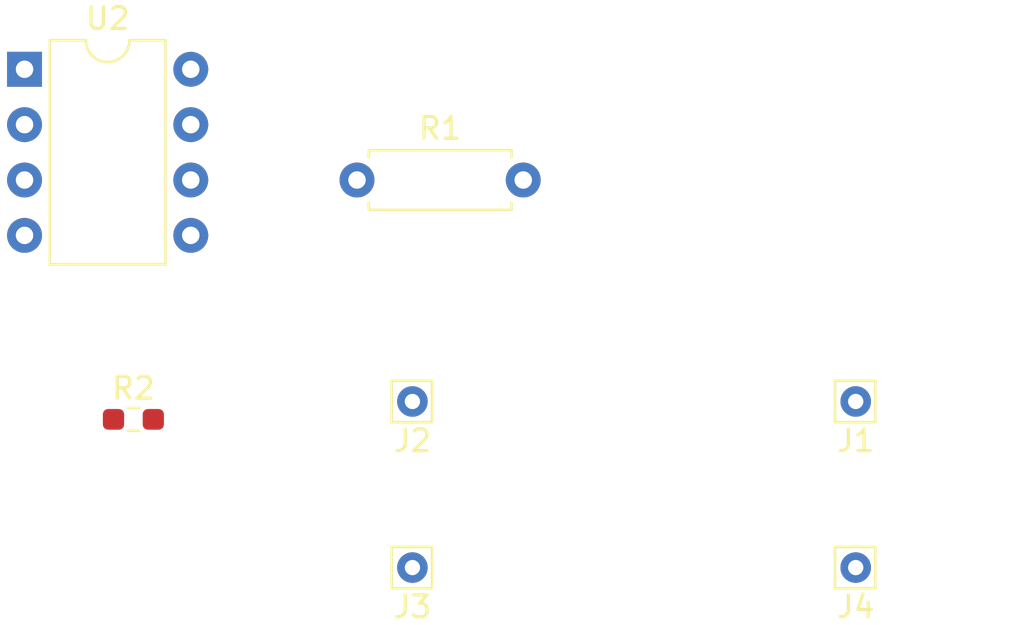
<source format=kicad_pcb>
(kicad_pcb (version 20211014) (generator pcbnew)
  (layers (0 "F.Cu" signal) (31 "B.Cu" signal) (34 "B.Paste" user) (35 "F.Paste" user) (36 "B.SilkS" user "B.Silkscreen") (37 "F.SilkS" user "F.Silkscreen") (38 "B.Mask" user) (39 "F.Mask" user) (44 "Edge.Cuts" user))
  (net 0 "")
  (net 7 "/net_1")
  (net 8 "Net-(R2-Pad1)")
  (net 9 "Net-(R2-Pad2)")
  (net 10 "/net_2")
  (footprint "Connector_Pin:Pin_D0.7mm_L6.5mm_W1.8mm_FlatFork" (layer "F.Cu") (at 154.94 91.44)
    (fp_text reference "J1" (at 0 1.8) (layer "F.SilkS"))
    (fp_text value "Conn_01x01_Female")
    (fp_line (start -0.95 -0.95) (end -0.95 0.95) (layer "F.SilkS") (width 0.12))
    (fp_line (start 0.9 0.95) (end 0.9 -0.9) (layer "F.SilkS") (width 0.12))
    (fp_line (start -0.95 0.95) (end 0.9 0.95) (layer "F.SilkS") (width 0.12))
    (fp_line (start 0.9 -0.9) (end 0.9 -0.95) (layer "F.SilkS") (width 0.12))
    (fp_line (start 0.9 -0.95) (end -0.95 -0.95) (layer "F.SilkS") (width 0.12))
    (pad "1" thru_hole circle (at 0 0) (size 1.4 1.4) (drill 0.7) (layers *.Cu *.Mask) (net 7 "/net_1"))
  )
  (footprint "Resistor_THT:R_Axial_DIN0207_L6.3mm_D2.5mm_P7.62mm_Horizontal" (layer "F.Cu") (at 132.08 81.28)
    (fp_text reference "R1" (at 3.81 -2.37) (layer "F.SilkS"))
    (fp_text value "R")
    (fp_line (start 0.54 1.37) (end 7.08 1.37) (layer "F.SilkS") (width 0.12))
    (fp_line (start 0.54 1.04) (end 0.54 1.37) (layer "F.SilkS") (width 0.12))
    (fp_line (start 7.08 1.37) (end 7.08 1.04) (layer "F.SilkS") (width 0.12))
    (fp_line (start 7.08 -1.37) (end 7.08 -1.04) (layer "F.SilkS") (width 0.12))
    (fp_line (start 0.54 -1.37) (end 7.08 -1.37) (layer "F.SilkS") (width 0.12))
    (fp_line (start 0.54 -1.04) (end 0.54 -1.37) (layer "F.SilkS") (width 0.12))
    (pad "1" thru_hole circle (at 0 0) (size 1.6 1.6) (drill 0.8) (layers *.Cu *.Mask) (net 8 "Net-(R2-Pad1)"))
    (pad "2" thru_hole oval (at 7.62 0) (size 1.6 1.6) (drill 0.8) (layers *.Cu *.Mask) (net 10 "/net_2"))
  )
  (footprint "Package_DIP:DIP-8_W7.62mm" (layer "F.Cu") (at 116.84 76.2)
    (fp_text reference "U2" (at 3.81 -2.33) (layer "F.SilkS"))
    (fp_text value "NA555_PN")
    (fp_line (start 1.16 8.95) (end 6.46 8.95) (layer "F.SilkS") (width 0.12))
    (fp_line (start 1.16 -1.33) (end 1.16 8.95) (layer "F.SilkS") (width 0.12))
    (fp_line (start 6.46 8.95) (end 6.46 -1.33) (layer "F.SilkS") (width 0.12))
    (fp_line (start 6.46 -1.33) (end 4.81 -1.33) (layer "F.SilkS") (width 0.12))
    (fp_line (start 2.81 -1.33) (end 1.16 -1.33) (layer "F.SilkS") (width 0.12))
    (fp_arc (start 4.81 -1.33) (mid 3.81 -0.33) (end 2.81 -1.33) (layer "F.SilkS") (width 0.12))
    (pad "1" thru_hole rect (at 0 0) (size 1.6 1.6) (drill 0.8) (layers *.Cu *.Mask))
    (pad "2" thru_hole oval (at 0 2.54) (size 1.6 1.6) (drill 0.8) (layers *.Cu *.Mask))
    (pad "3" thru_hole oval (at 0 5.08) (size 1.6 1.6) (drill 0.8) (layers *.Cu *.Mask) (net 9 "Net-(R2-Pad2)"))
    (pad "4" thru_hole oval (at 0 7.62) (size 1.6 1.6) (drill 0.8) (layers *.Cu *.Mask))
    (pad "5" thru_hole oval (at 7.62 7.62) (size 1.6 1.6) (drill 0.8) (layers *.Cu *.Mask) (net 10 "/net_2"))
    (pad "6" thru_hole oval (at 7.62 5.08) (size 1.6 1.6) (drill 0.8) (layers *.Cu *.Mask))
    (pad "7" thru_hole oval (at 7.62 2.54) (size 1.6 1.6) (drill 0.8) (layers *.Cu *.Mask))
    (pad "8" thru_hole oval (at 7.62 0) (size 1.6 1.6) (drill 0.8) (layers *.Cu *.Mask))
  )
  (footprint "Connector_Pin:Pin_D0.7mm_L6.5mm_W1.8mm_FlatFork" (layer "F.Cu") (at 134.62 91.44)
    (fp_text reference "J2" (at 0 1.8) (layer "F.SilkS"))
    (fp_text value "Conn_01x01_Female")
    (fp_line (start -0.95 -0.95) (end -0.95 0.95) (layer "F.SilkS") (width 0.12))
    (fp_line (start 0.9 -0.9) (end 0.9 -0.95) (layer "F.SilkS") (width 0.12))
    (fp_line (start 0.9 0.95) (end 0.9 -0.9) (layer "F.SilkS") (width 0.12))
    (fp_line (start 0.9 -0.95) (end -0.95 -0.95) (layer "F.SilkS") (width 0.12))
    (fp_line (start -0.95 0.95) (end 0.9 0.95) (layer "F.SilkS") (width 0.12))
    (pad "1" thru_hole circle (at 0 0) (size 1.4 1.4) (drill 0.7) (layers *.Cu *.Mask) (net 7 "/net_1"))
  )
  (footprint "Resistor_SMD:R_0603_1608Metric_Pad0.98x0.95mm_HandSolder" (layer "F.Cu") (at 121.83 92.26)
    (fp_text reference "R2" (at 0 -1.43) (layer "F.SilkS"))
    (fp_text value "R")
    (fp_line (start -0.254724 0.5225) (end 0.254724 0.5225) (layer "F.SilkS") (width 0.12))
    (fp_line (start -0.254724 -0.5225) (end 0.254724 -0.5225) (layer "F.SilkS") (width 0.12))
    (pad "1" smd roundrect (at -0.9125 0) (size 0.975 0.95) (layers "F.Cu" "F.Paste" "F.Mask") (net 8 "Net-(R2-Pad1)"))
    (pad "2" smd roundrect (at 0.9125 0) (size 0.975 0.95) (layers "F.Cu" "F.Paste" "F.Mask") (net 9 "Net-(R2-Pad2)"))
  )
  (footprint "Connector_Pin:Pin_D0.7mm_L6.5mm_W1.8mm_FlatFork" (layer "F.Cu") (at 134.62 99.06)
    (fp_text reference "J3" (at 0 1.8) (layer "F.SilkS"))
    (fp_text value "Conn_01x01_Female")
    (fp_line (start 0.9 -0.9) (end 0.9 -0.95) (layer "F.SilkS") (width 0.12))
    (fp_line (start 0.9 0.95) (end 0.9 -0.9) (layer "F.SilkS") (width 0.12))
    (fp_line (start -0.95 0.95) (end 0.9 0.95) (layer "F.SilkS") (width 0.12))
    (fp_line (start 0.9 -0.95) (end -0.95 -0.95) (layer "F.SilkS") (width 0.12))
    (fp_line (start -0.95 -0.95) (end -0.95 0.95) (layer "F.SilkS") (width 0.12))
    (pad "1" thru_hole circle (at 0 0) (size 1.4 1.4) (drill 0.7) (layers *.Cu *.Mask) (net 7 "/net_1"))
  )
  (footprint "Connector_Pin:Pin_D0.7mm_L6.5mm_W1.8mm_FlatFork" (layer "F.Cu") (at 154.94 99.06)
    (fp_text reference "J4" (at 0 1.8) (layer "F.SilkS"))
    (fp_text value "Conn_01x01_Female")
    (fp_line (start 0.9 -0.9) (end 0.9 -0.95) (layer "F.SilkS") (width 0.12))
    (fp_line (start -0.95 0.95) (end 0.9 0.95) (layer "F.SilkS") (width 0.12))
    (fp_line (start 0.9 -0.95) (end -0.95 -0.95) (layer "F.SilkS") (width 0.12))
    (fp_line (start 0.9 0.95) (end 0.9 -0.9) (layer "F.SilkS") (width 0.12))
    (fp_line (start -0.95 -0.95) (end -0.95 0.95) (layer "F.SilkS") (width 0.12))
    (pad "1" thru_hole circle (at 0 0) (size 1.4 1.4) (drill 0.7) (layers *.Cu *.Mask) (net 7 "/net_1"))
  )
)
</source>
